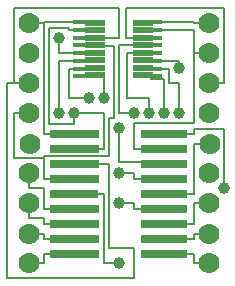
<source format=gbr>
G04 GERBER ASCII OUTPUT FROM: EDWIN 2000 (VER. 1.1 REV. 20011025)*
G04 GERBER FORMAT: RX-274-X*
G04 BOARD: 18_PIN_DIL_ADAPTER*
G04 ARTWORK OF COMP.LAYER POSITIVE*
%ASAXBY*%
%FSLAX23Y23*%
%MIA0B0*%
%MOIN*%
%OFA0.0000B0.0000*%
%SFA1B1*%
%IJA0B0*%
%INLAYER2POS*%
%IOA0B0*%
%IPPOS*%
%IR0*%
G04 APERTURE MACROS*
%AMEDWDONUT*
1,1,$1,$2,$3*
1,0,$4,$2,$3*
%
%AMEDWFRECT*
2,1,$1,$2,$3,$4,$5,$6*
%
%AMEDWORECT*
2,1,$1,$2,$3,$4,$5,$10*
2,1,$1,$4,$5,$6,$7,$10*
2,1,$1,$6,$7,$8,$9,$10*
2,1,$1,$8,$9,$2,$3,$10*
1,1,$1,$2,$3*
1,1,$1,$4,$5*
1,1,$1,$6,$7*
1,1,$1,$8,$9*
%
%AMEDWLINER*
2,1,$1,$2,$3,$4,$5,$6*
1,1,$1,$2,$3*
1,1,$1,$4,$5*
%
%AMEDWFTRNG*
4,1,3,$1,$2,$3,$4,$5,$6,$7,$8,$9*
%
%AMEDWATRNG*
4,1,3,$1,$2,$3,$4,$5,$6,$7,$8,$9*
2,1,$11,$1,$2,$3,$4,$10*
2,1,$11,$3,$4,$5,$6,$10*
2,1,$11,$5,$6,$7,$8,$10*
1,1,$11,$3,$4*
1,1,$11,$5,$6*
1,1,$11,$7,$8*
%
%AMEDWOTRNG*
2,1,$1,$2,$3,$4,$5,$8*
2,1,$1,$4,$5,$6,$7,$8*
2,1,$1,$6,$7,$2,$3,$8*
1,1,$1,$2,$3*
1,1,$1,$4,$5*
1,1,$1,$6,$7*
%
G04*
G04 APERTURE LIST*
%ADD10R,0.0750X0.0250*%
%ADD11R,0.0990X0.0490*%
%ADD12R,0.0700X0.0200*%
%ADD13R,0.0940X0.0440*%
%ADD14R,0.0900X0.0350*%
%ADD15R,0.1140X0.0590*%
%ADD16R,0.0800X0.0250*%
%ADD17R,0.1040X0.0490*%
%ADD18R,0.0850X0.0250*%
%ADD19R,0.1090X0.0490*%
%ADD20R,0.0750X0.0150*%
%ADD21R,0.0990X0.0390*%
%ADD22C,0.0010*%
%ADD24C,0.0020*%
%ADD25R,0.0020X0.0020*%
%ADD26C,0.0030*%
%ADD27R,0.0030X0.0030*%
%ADD28C,0.0040*%
%ADD29R,0.0040X0.0040*%
%ADD30C,0.0050*%
%ADD31R,0.0050X0.0050*%
%ADD32C,0.00787*%
%ADD33R,0.00787X0.00787*%
%ADD34C,0.0080*%
%ADD36C,0.0090*%
%ADD37R,0.0090X0.0090*%
%ADD38C,0.00984*%
%ADD39R,0.00984X0.00984*%
%ADD40C,0.0120*%
%ADD42C,0.0130*%
%ADD43R,0.0130X0.0130*%
%ADD44C,0.0150*%
%ADD45R,0.0150X0.0150*%
%ADD46C,0.01969*%
%ADD47R,0.01969X0.01969*%
%ADD48C,0.0250*%
%ADD49R,0.0250X0.0250*%
%ADD50C,0.0290*%
%ADD52C,0.0320*%
%ADD54C,0.0350*%
%ADD55R,0.0350X0.0350*%
%ADD56C,0.0360*%
%ADD58C,0.0370*%
%ADD59R,0.0370X0.0370*%
%ADD60C,0.0390*%
%ADD61R,0.0390X0.0390*%
%ADD62C,0.03937*%
%ADD63R,0.03937X0.03937*%
%ADD64C,0.0400*%
%ADD65R,0.0400X0.0400*%
%ADD66C,0.0470*%
%ADD67R,0.0470X0.0470*%
%ADD68C,0.0480*%
%ADD69R,0.0480X0.0480*%
%ADD70C,0.0490*%
%ADD71R,0.0490X0.0490*%
%ADD72C,0.0500*%
%ADD73R,0.0500X0.0500*%
%ADD74C,0.0560*%
%ADD75R,0.0560X0.0560*%
%ADD76C,0.0570*%
%ADD77R,0.0570X0.0570*%
%ADD78C,0.0580*%
%ADD79R,0.0580X0.0580*%
%ADD80C,0.0590*%
%ADD81R,0.0590X0.0590*%
%ADD82C,0.05906*%
%ADD83R,0.05906X0.05906*%
%ADD84C,0.0600*%
%ADD85R,0.0600X0.0600*%
%ADD86C,0.0620*%
%ADD87R,0.0620X0.0620*%
%ADD88C,0.0630*%
%ADD89R,0.0630X0.0630*%
%ADD90C,0.0640*%
%ADD91R,0.0640X0.0640*%
%ADD92C,0.06693*%
%ADD93R,0.06693X0.06693*%
%ADD94C,0.0670*%
%ADD95R,0.0670X0.0670*%
%ADD96C,0.06906*%
%ADD97R,0.06906X0.06906*%
%ADD98C,0.0700*%
%ADD99R,0.0700X0.0700*%
%ADD100C,0.0710*%
%ADD101R,0.0710X0.0710*%
%ADD102C,0.0720*%
%ADD103R,0.0720X0.0720*%
%ADD104C,0.0730*%
%ADD105R,0.0730X0.0730*%
%ADD106C,0.0740*%
%ADD107R,0.0740X0.0740*%
%ADD108C,0.0750*%
%ADD109R,0.0750X0.0750*%
%ADD110C,0.0800*%
%ADD111R,0.0800X0.0800*%
%ADD112C,0.0810*%
%ADD113R,0.0810X0.0810*%
%ADD114C,0.0820*%
%ADD115R,0.0820X0.0820*%
%ADD116C,0.0840*%
%ADD117R,0.0840X0.0840*%
%ADD118C,0.0850*%
%ADD119R,0.0850X0.0850*%
%ADD120C,0.0860*%
%ADD122C,0.0900*%
%ADD123R,0.0900X0.0900*%
%ADD124C,0.0910*%
%ADD125R,0.0910X0.0910*%
%ADD126C,0.0940*%
%ADD127R,0.0940X0.0940*%
%ADD128C,0.0990*%
%ADD129R,0.0990X0.0990*%
%ADD130C,0.1040*%
%ADD131R,0.1040X0.1040*%
%ADD132C,0.1090*%
%ADD133R,0.1090X0.1090*%
%ADD134C,0.1100*%
%ADD137R,0.1140X0.1140*%
%ADD138C,0.2140*%
%ADD139R,0.2140X0.2140*%
%ADD140C,0.3140*%
%ADD141R,0.3140X0.3140*%
%ADD142C,0.4140*%
%ADD143R,0.4140X0.4140*%
%ADD144C,0.5140*%
%ADD145R,0.5140X0.5140*%
%ADD146C,0.6140*%
%ADD147R,0.6140X0.6140*%
%ADD148C,0.7140*%
%ADD149R,0.7140X0.7140*%
%ADD150C,0.8140*%
%ADD151R,0.8140X0.8140*%
%ADD152C,0.9140*%
%ADD153R,0.9140X0.9140*%
%ADD154C,1.0140*%
%ADD155R,1.0140X1.0140*%
%ADD156C,1.1140*%
%ADD157R,1.1140X1.1140*%
%ADD158C,1.2140*%
%ADD159R,1.2140X1.2140*%
%ADD160C,1.3140*%
%ADD161R,1.3140X1.3140*%
%ADD162C,1.4140*%
%ADD163R,1.4140X1.4140*%
%ADD164C,1.5140*%
%ADD165R,1.5140X1.5140*%
%ADD166C,1.6140*%
%ADD167R,1.6140X1.6140*%
%ADD168C,1.7140*%
%ADD169R,1.7140X1.7140*%
%ADD170C,1.8140*%
%ADD171R,1.8140X1.8140*%
%ADD172C,1.9140*%
%ADD173R,1.9140X1.9140*%
G04*
D12* 
X315Y872D02*D03*
X315Y847D02*D03*
X315Y822D02*D03*
X315Y797D02*D03*
X475Y797D02*D03*
X475Y822D02*D03*
X475Y847D02*D03*
X475Y872D02*D03*
D98* 
X96Y872D02*D03*
X96Y772D02*D03*
X96Y672D02*D03*
X96Y572D02*D03*
X98Y470D02*D03*
X96Y371D02*D03*
X96Y273D02*D03*
X96Y169D02*D03*
X96Y72D02*D03*
X696Y872D02*D03*
X696Y772D02*D03*
X696Y672D02*D03*
X696Y572D02*D03*
X698Y470D02*D03*
X696Y371D02*D03*
X696Y273D02*D03*
X696Y169D02*D03*
X696Y72D02*D03*
D16* 
X288Y252D02*D03*
X288Y202D02*D03*
X288Y152D02*D03*
X288Y102D02*D03*
X513Y102D02*D03*
X513Y152D02*D03*
X513Y202D02*D03*
X513Y252D02*D03*
X288Y503D02*D03*
X288Y453D02*D03*
X288Y403D02*D03*
X288Y353D02*D03*
X513Y353D02*D03*
X513Y403D02*D03*
X513Y453D02*D03*
X513Y503D02*D03*
X285Y403D02*D03*
X285Y353D02*D03*
X285Y303D02*D03*
X285Y253D02*D03*
X285Y203D02*D03*
X285Y153D02*D03*
X285Y103D02*D03*
X510Y103D02*D03*
X510Y153D02*D03*
X510Y203D02*D03*
X510Y253D02*D03*
X510Y303D02*D03*
X510Y353D02*D03*
X510Y403D02*D03*
X207Y503D02*D03*
X207Y453D02*D03*
X207Y403D02*D03*
X207Y353D02*D03*
X207Y303D02*D03*
X207Y253D02*D03*
X207Y203D02*D03*
X207Y153D02*D03*
X207Y103D02*D03*
X582Y103D02*D03*
X582Y153D02*D03*
X582Y203D02*D03*
X582Y253D02*D03*
X582Y303D02*D03*
X582Y353D02*D03*
X582Y403D02*D03*
X582Y453D02*D03*
X582Y503D02*D03*
X284Y503D02*D03*
X284Y453D02*D03*
X284Y403D02*D03*
X284Y353D02*D03*
X284Y303D02*D03*
X284Y253D02*D03*
X284Y203D02*D03*
X509Y203D02*D03*
X509Y253D02*D03*
X509Y303D02*D03*
X509Y353D02*D03*
X509Y403D02*D03*
X509Y453D02*D03*
X509Y503D02*D03*
D20* 
X278Y874D02*D03*
X278Y848D02*D03*
X278Y823D02*D03*
X278Y797D02*D03*
X278Y771D02*D03*
X278Y746D02*D03*
X278Y720D02*D03*
X278Y695D02*D03*
X503Y695D02*D03*
X503Y720D02*D03*
X503Y746D02*D03*
X503Y771D02*D03*
X503Y797D02*D03*
X503Y823D02*D03*
X503Y848D02*D03*
X503Y874D02*D03*
D12* 
X315Y772D02*D03*
X315Y747D02*D03*
X315Y722D02*D03*
X315Y697D02*D03*
X475Y697D02*D03*
X475Y722D02*D03*
X475Y747D02*D03*
X475Y772D02*D03*
D62* 
X746Y322D02*D03*
X396Y522D02*D03*
X396Y372D02*D03*
X446Y572D02*D03*
X496Y572D02*D03*
X596Y722D02*D03*
X396Y272D02*D03*
X596Y572D02*D03*
X546Y572D02*D03*
X346Y622D02*D03*
X296Y622D02*D03*
X196Y572D02*D03*
X196Y822D02*D03*
X396Y72D02*D03*
X246Y572D02*D03*
D34* 
X285Y303D02*
X346Y303D01*
X346Y72D01*
X396Y72D01*
X212Y353D02*
X146Y353D01*
X146Y422D01*
X315Y797D02*
X315Y795D01*
X379Y795D01*
X379Y555D01*
X363Y555D01*
X363Y428D01*
X146Y428D01*
X146Y422D01*
X46Y422D01*
X46Y572D01*
X96Y572D01*
X283Y403D02*
X363Y403D01*
X363Y122D01*
X446Y122D01*
X446Y22D01*
X22Y22D01*
X22Y672D01*
X46Y672D01*
X315Y822D02*
X396Y822D01*
X396Y922D01*
X46Y922D01*
X46Y672D01*
X96Y672D01*
X278Y848D02*
X278Y850D01*
X228Y850D01*
X228Y856D01*
X163Y856D01*
X163Y534D01*
X246Y534D01*
X246Y572D01*
X283Y453D02*
X346Y453D01*
X346Y572D01*
X246Y572D01*
X278Y874D02*
X146Y874D01*
X146Y872D01*
X96Y872D01*
X212Y503D02*
X146Y503D01*
X146Y872D01*
X587Y103D02*
X646Y103D01*
X646Y72D01*
X696Y72D01*
X212Y103D02*
X146Y103D01*
X146Y72D01*
X96Y72D01*
X503Y720D02*
X503Y718D01*
X563Y718D01*
X563Y672D01*
X596Y672D01*
X596Y572D01*
X696Y169D02*
X646Y169D01*
X646Y153D01*
X587Y153D01*
X503Y695D02*
X503Y686D01*
X546Y686D01*
X546Y572D01*
X96Y169D02*
X146Y169D01*
X146Y153D01*
X212Y153D01*
X315Y697D02*
X346Y697D01*
X346Y622D01*
X96Y273D02*
X96Y222D01*
X146Y222D01*
X146Y203D01*
X212Y203D01*
X278Y720D02*
X278Y718D01*
X228Y718D01*
X228Y622D01*
X296Y622D01*
X212Y253D02*
X146Y253D01*
X146Y322D01*
X96Y322D01*
X96Y371D01*
X278Y746D02*
X196Y746D01*
X196Y572D01*
X278Y771D02*
X196Y771D01*
X196Y822D01*
X509Y403D02*
X509Y408D01*
X396Y408D01*
X396Y522D01*
X696Y672D02*
X746Y672D01*
X746Y922D01*
X420Y922D01*
X420Y822D01*
X475Y822D01*
X475Y822D01*
X509Y353D02*
X446Y353D01*
X446Y372D01*
X396Y372D01*
X475Y797D02*
X396Y797D01*
X396Y572D01*
X446Y572D01*
X475Y772D02*
X421Y772D01*
X421Y622D01*
X496Y622D01*
X496Y572D01*
X698Y470D02*
X646Y470D01*
X646Y303D01*
X587Y303D01*
X503Y746D02*
X596Y746D01*
X596Y722D01*
X509Y253D02*
X446Y253D01*
X446Y272D01*
X396Y272D01*
X696Y273D02*
X646Y273D01*
X646Y203D01*
X587Y203D01*
X696Y872D02*
X646Y872D01*
X646Y874D01*
X503Y874D01*
X587Y503D02*
X646Y503D01*
X646Y519D01*
X746Y519D01*
X746Y322D01*
X503Y848D02*
X646Y848D01*
X646Y772D01*
X509Y453D02*
X446Y453D01*
X446Y538D01*
X646Y538D01*
X646Y772D01*
X696Y772D01*
M02*

</source>
